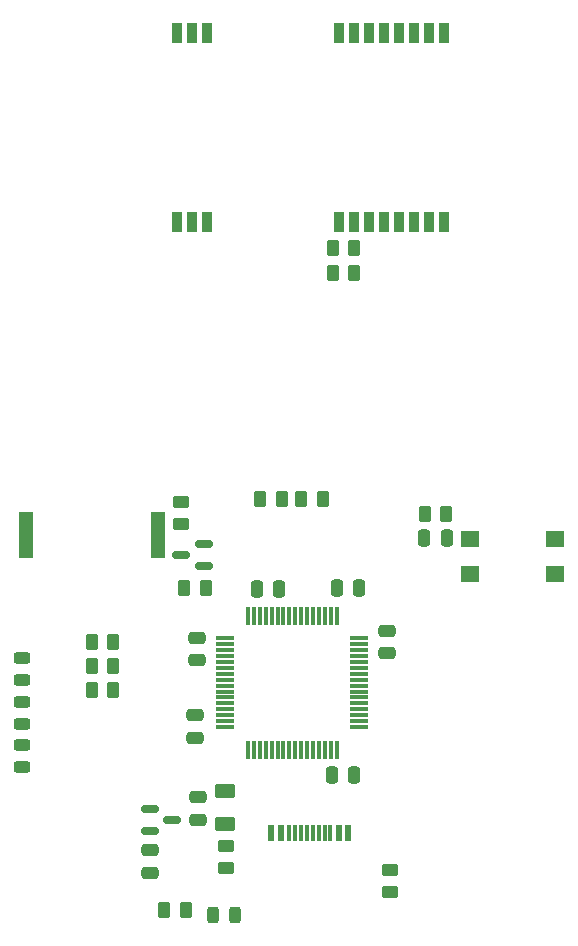
<source format=gbr>
%TF.GenerationSoftware,KiCad,Pcbnew,(6.0.4)*%
%TF.CreationDate,2022-05-01T17:18:24+08:00*%
%TF.ProjectId,RFID-siteV_1_0,52464944-2d73-4697-9465-565f315f302e,rev?*%
%TF.SameCoordinates,Original*%
%TF.FileFunction,Paste,Top*%
%TF.FilePolarity,Positive*%
%FSLAX46Y46*%
G04 Gerber Fmt 4.6, Leading zero omitted, Abs format (unit mm)*
G04 Created by KiCad (PCBNEW (6.0.4)) date 2022-05-01 17:18:24*
%MOMM*%
%LPD*%
G01*
G04 APERTURE LIST*
G04 Aperture macros list*
%AMRoundRect*
0 Rectangle with rounded corners*
0 $1 Rounding radius*
0 $2 $3 $4 $5 $6 $7 $8 $9 X,Y pos of 4 corners*
0 Add a 4 corners polygon primitive as box body*
4,1,4,$2,$3,$4,$5,$6,$7,$8,$9,$2,$3,0*
0 Add four circle primitives for the rounded corners*
1,1,$1+$1,$2,$3*
1,1,$1+$1,$4,$5*
1,1,$1+$1,$6,$7*
1,1,$1+$1,$8,$9*
0 Add four rect primitives between the rounded corners*
20,1,$1+$1,$2,$3,$4,$5,0*
20,1,$1+$1,$4,$5,$6,$7,0*
20,1,$1+$1,$6,$7,$8,$9,0*
20,1,$1+$1,$8,$9,$2,$3,0*%
G04 Aperture macros list end*
%ADD10RoundRect,0.250000X0.250000X0.475000X-0.250000X0.475000X-0.250000X-0.475000X0.250000X-0.475000X0*%
%ADD11R,0.900000X1.800000*%
%ADD12RoundRect,0.075000X-0.075000X0.700000X-0.075000X-0.700000X0.075000X-0.700000X0.075000X0.700000X0*%
%ADD13RoundRect,0.075000X-0.700000X0.075000X-0.700000X-0.075000X0.700000X-0.075000X0.700000X0.075000X0*%
%ADD14RoundRect,0.150000X-0.587500X-0.150000X0.587500X-0.150000X0.587500X0.150000X-0.587500X0.150000X0*%
%ADD15R,1.600000X1.400000*%
%ADD16RoundRect,0.250000X-0.262500X-0.450000X0.262500X-0.450000X0.262500X0.450000X-0.262500X0.450000X0*%
%ADD17RoundRect,0.250000X0.450000X-0.262500X0.450000X0.262500X-0.450000X0.262500X-0.450000X-0.262500X0*%
%ADD18RoundRect,0.250000X0.262500X0.450000X-0.262500X0.450000X-0.262500X-0.450000X0.262500X-0.450000X0*%
%ADD19RoundRect,0.150000X0.587500X0.150000X-0.587500X0.150000X-0.587500X-0.150000X0.587500X-0.150000X0*%
%ADD20R,0.600000X1.450000*%
%ADD21R,0.300000X1.450000*%
%ADD22RoundRect,0.250000X0.625000X-0.375000X0.625000X0.375000X-0.625000X0.375000X-0.625000X-0.375000X0*%
%ADD23RoundRect,0.243750X0.456250X-0.243750X0.456250X0.243750X-0.456250X0.243750X-0.456250X-0.243750X0*%
%ADD24RoundRect,0.243750X0.243750X0.456250X-0.243750X0.456250X-0.243750X-0.456250X0.243750X-0.456250X0*%
%ADD25RoundRect,0.250000X0.475000X-0.250000X0.475000X0.250000X-0.475000X0.250000X-0.475000X-0.250000X0*%
%ADD26RoundRect,0.250000X-0.250000X-0.475000X0.250000X-0.475000X0.250000X0.475000X-0.250000X0.475000X0*%
%ADD27RoundRect,0.250000X-0.475000X0.250000X-0.475000X-0.250000X0.475000X-0.250000X0.475000X0.250000X0*%
%ADD28R,1.200000X4.000000*%
G04 APERTURE END LIST*
D10*
%TO.C,C8*%
X100949800Y-161899600D03*
X99049800Y-161899600D03*
%TD*%
D11*
%TO.C,U3*%
X108576000Y-115059200D03*
X107306000Y-115059200D03*
X106036000Y-115059200D03*
X104766000Y-115059200D03*
X103496000Y-115059200D03*
X102226000Y-115059200D03*
X100956000Y-115059200D03*
X99686000Y-115059200D03*
X88486000Y-115059200D03*
X87216000Y-115059200D03*
X85946000Y-115059200D03*
X85946000Y-99059200D03*
X87216000Y-99059200D03*
X88486000Y-99059200D03*
X99686000Y-99059200D03*
X100956000Y-99059200D03*
X102226000Y-99059200D03*
X103496000Y-99059200D03*
X104766000Y-99059200D03*
X106036000Y-99059200D03*
X107306000Y-99059200D03*
X108576000Y-99059200D03*
%TD*%
D12*
%TO.C,U2*%
X99482600Y-148426800D03*
X98982600Y-148426800D03*
X98482600Y-148426800D03*
X97982600Y-148426800D03*
X97482600Y-148426800D03*
X96982600Y-148426800D03*
X96482600Y-148426800D03*
X95982600Y-148426800D03*
X95482600Y-148426800D03*
X94982600Y-148426800D03*
X94482600Y-148426800D03*
X93982600Y-148426800D03*
X93482600Y-148426800D03*
X92982600Y-148426800D03*
X92482600Y-148426800D03*
X91982600Y-148426800D03*
D13*
X90057600Y-150351800D03*
X90057600Y-150851800D03*
X90057600Y-151351800D03*
X90057600Y-151851800D03*
X90057600Y-152351800D03*
X90057600Y-152851800D03*
X90057600Y-153351800D03*
X90057600Y-153851800D03*
X90057600Y-154351800D03*
X90057600Y-154851800D03*
X90057600Y-155351800D03*
X90057600Y-155851800D03*
X90057600Y-156351800D03*
X90057600Y-156851800D03*
X90057600Y-157351800D03*
X90057600Y-157851800D03*
D12*
X91982600Y-159776800D03*
X92482600Y-159776800D03*
X92982600Y-159776800D03*
X93482600Y-159776800D03*
X93982600Y-159776800D03*
X94482600Y-159776800D03*
X94982600Y-159776800D03*
X95482600Y-159776800D03*
X95982600Y-159776800D03*
X96482600Y-159776800D03*
X96982600Y-159776800D03*
X97482600Y-159776800D03*
X97982600Y-159776800D03*
X98482600Y-159776800D03*
X98982600Y-159776800D03*
X99482600Y-159776800D03*
D13*
X101407600Y-157851800D03*
X101407600Y-157351800D03*
X101407600Y-156851800D03*
X101407600Y-156351800D03*
X101407600Y-155851800D03*
X101407600Y-155351800D03*
X101407600Y-154851800D03*
X101407600Y-154351800D03*
X101407600Y-153851800D03*
X101407600Y-153351800D03*
X101407600Y-152851800D03*
X101407600Y-152351800D03*
X101407600Y-151851800D03*
X101407600Y-151351800D03*
X101407600Y-150851800D03*
X101407600Y-150351800D03*
%TD*%
D14*
%TO.C,U1*%
X83669900Y-164759600D03*
X83669900Y-166659600D03*
X85544900Y-165709600D03*
%TD*%
D15*
%TO.C,SW1*%
X110744000Y-144909800D03*
X117944000Y-144909800D03*
X110744000Y-141909800D03*
X117944000Y-141909800D03*
%TD*%
D16*
%TO.C,R13*%
X93001700Y-138557000D03*
X94826700Y-138557000D03*
%TD*%
%TO.C,R12*%
X96471100Y-138557000D03*
X98296100Y-138557000D03*
%TD*%
%TO.C,R11*%
X106954500Y-139828400D03*
X108779500Y-139828400D03*
%TD*%
%TO.C,R10*%
X99136200Y-119405400D03*
X100961200Y-119405400D03*
%TD*%
%TO.C,R9*%
X99138100Y-117297200D03*
X100963100Y-117297200D03*
%TD*%
%TO.C,R8*%
X78741900Y-154762200D03*
X80566900Y-154762200D03*
%TD*%
%TO.C,R7*%
X78743800Y-152730200D03*
X80568800Y-152730200D03*
%TD*%
D17*
%TO.C,R6*%
X86309200Y-140665200D03*
X86309200Y-138840200D03*
%TD*%
D16*
%TO.C,R5*%
X78741900Y-150698200D03*
X80566900Y-150698200D03*
%TD*%
%TO.C,R4*%
X86590500Y-146126200D03*
X88415500Y-146126200D03*
%TD*%
D18*
%TO.C,R3*%
X86713700Y-173380400D03*
X84888700Y-173380400D03*
%TD*%
D17*
%TO.C,R2*%
X90144600Y-167970200D03*
X90144600Y-169795200D03*
%TD*%
%TO.C,R1*%
X103962200Y-171803700D03*
X103962200Y-169978700D03*
%TD*%
D19*
%TO.C,Q1*%
X88211900Y-144256800D03*
X88211900Y-142356800D03*
X86336900Y-143306800D03*
%TD*%
D20*
%TO.C,J1*%
X93957982Y-166795400D03*
X94757982Y-166795400D03*
D21*
X95957982Y-166795400D03*
X96957982Y-166795400D03*
X97457982Y-166795400D03*
X98457982Y-166795400D03*
D20*
X99657982Y-166795400D03*
X100457982Y-166795400D03*
X100457982Y-166795400D03*
X99657982Y-166795400D03*
D21*
X98957982Y-166795400D03*
X97957982Y-166795400D03*
X96457982Y-166795400D03*
X95457982Y-166795400D03*
D20*
X94757982Y-166795400D03*
X93957982Y-166795400D03*
%TD*%
D22*
%TO.C,F1*%
X90017600Y-166093600D03*
X90017600Y-163293600D03*
%TD*%
D23*
%TO.C,D4*%
X72847200Y-161236900D03*
X72847200Y-159361900D03*
%TD*%
%TO.C,D3*%
X72847200Y-157604700D03*
X72847200Y-155729700D03*
%TD*%
%TO.C,D2*%
X72847200Y-153870900D03*
X72847200Y-151995900D03*
%TD*%
D24*
%TO.C,D1*%
X90878900Y-173786800D03*
X89003900Y-173786800D03*
%TD*%
D10*
%TO.C,C9*%
X108817000Y-141885800D03*
X106917000Y-141885800D03*
%TD*%
D25*
%TO.C,C7*%
X87452200Y-158750000D03*
X87452200Y-156850000D03*
%TD*%
%TO.C,C6*%
X87680800Y-152181600D03*
X87680800Y-150281600D03*
%TD*%
D26*
%TO.C,C5*%
X92699800Y-146177000D03*
X94599800Y-146177000D03*
%TD*%
D27*
%TO.C,C4*%
X103784400Y-149722800D03*
X103784400Y-151622800D03*
%TD*%
D26*
%TO.C,C3*%
X99481600Y-146075400D03*
X101381600Y-146075400D03*
%TD*%
D27*
%TO.C,C2*%
X83642200Y-168290200D03*
X83642200Y-170190200D03*
%TD*%
D25*
%TO.C,C1*%
X87706200Y-165694400D03*
X87706200Y-163794400D03*
%TD*%
D28*
%TO.C,BZ1*%
X73165400Y-141579600D03*
X84365400Y-141579600D03*
%TD*%
M02*

</source>
